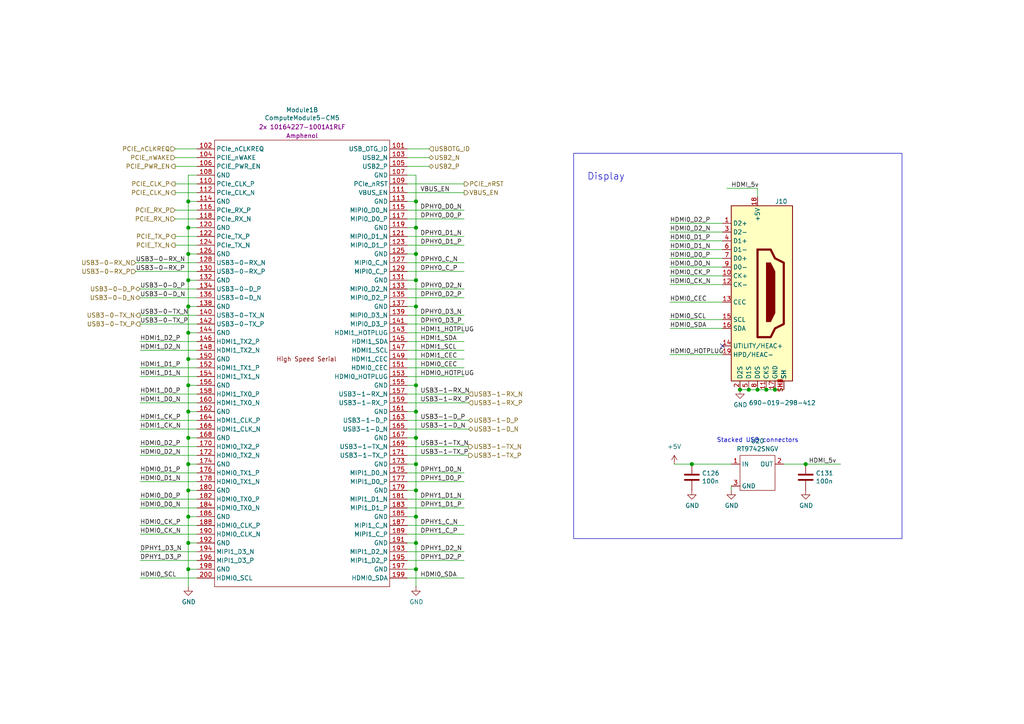
<source format=kicad_sch>
(kicad_sch (version 20231120) (generator "eeschema") (generator_version "8.0")
  (paper "A4")
  (title_block (rev "1"))
  (lib_symbols
    (symbol "CM5IO:ComputeModule5-CM5"
      (property "Reference" "Module" (at 113.03 -68.58 0))
      (property "Value" "ComputeModule5-CM5" (at 140.97 2.54 0))
      (property "Field4" "Amphenol" (at 0 0 0))
      (property "Field5" "2x 10164227-1001A1RLF" (at 0 -2.54 0))
      (symbol "ComputeModule5-CM5_1_0"
        (text "GPIO" (at 0 6.35 0) (effects (font (size 1.27 1.27))))
      )
      (symbol "ComputeModule5-CM5_1_1"
        (rectangle (start -30.48 -71.12) (end 25.4 58.42))
        (text "600mA Max" (at -8.89 -53.34 0) (effects (font (size 1.27 1.27))))
        (text "600mA Max" (at -8.89 -48.26 0) (effects (font (size 1.27 1.27))))
        (text "NB SD signals are only available" (at -1.27 -27.94 0) (effects (font (size 1.27 1.27))))
        (text "on modules without eMMC" (at -1.27 -30.48 0) (effects (font (size 1.27 1.27))))
        (pin power_in line (at 27.94 55.88 180) (length 2.54) (name "GND") (number "1"))
        (pin passive line (at -33.02 45.72 0) (length 2.54) (name "Ethernet_Pair0_N") (number "10"))
        (pin passive line (at -33.02 -68.58 0) (length 2.54) (name "CAM_GPIO1") (number "100"))
        (pin passive line (at 27.94 43.18 180) (length 2.54) (name "Ethernet_Pair2_P") (number "11"))
        (pin passive line (at -33.02 43.18 0) (length 2.54) (name "Ethernet_Pair0_P") (number "12"))
        (pin power_in line (at 27.94 40.64 180) (length 2.54) (name "GND") (number "13"))
        (pin power_in line (at -33.02 40.64 0) (length 2.54) (name "GND") (number "14"))
        (pin output line (at 27.94 38.1 180) (length 2.54) (name "Ethernet_nLED3(3.3v)") (number "15"))
        (pin input line (at -33.02 38.1 0) (length 2.54) (name "FAN_TACHO") (number "16"))
        (pin output line (at 27.94 35.56 180) (length 2.54) (name "Ethernet_nLED2(3.3v)") (number "17"))
        (pin input line (at -33.02 35.56 0) (length 2.54) (name "Ethernet_SYNC_OUT(3.3v)") (number "18"))
        (pin output line (at 27.94 33.02 180) (length 2.54) (name "FAN_PWM") (number "19"))
        (pin power_in line (at -33.02 55.88 0) (length 2.54) (name "GND") (number "2"))
        (pin passive line (at -33.02 33.02 0) (length 2.54) (name "EEPROM_nWP") (number "20"))
        (pin open_collector line (at 27.94 30.48 180) (length 2.54) (name "LED_nACT") (number "21"))
        (pin power_in line (at -33.02 30.48 0) (length 2.54) (name "GND") (number "22"))
        (pin power_in line (at 27.94 27.94 180) (length 2.54) (name "GND") (number "23"))
        (pin passive line (at -33.02 27.94 0) (length 2.54) (name "GPIO26") (number "24"))
        (pin passive line (at 27.94 25.4 180) (length 2.54) (name "GPIO21") (number "25"))
        (pin passive line (at -33.02 25.4 0) (length 2.54) (name "GPIO19") (number "26"))
        (pin passive line (at 27.94 22.86 180) (length 2.54) (name "GPIO20") (number "27"))
        (pin passive line (at -33.02 22.86 0) (length 2.54) (name "GPIO13") (number "28"))
        (pin passive line (at 27.94 20.32 180) (length 2.54) (name "GPIO16") (number "29"))
        (pin passive line (at 27.94 53.34 180) (length 2.54) (name "Ethernet_Pair3_P") (number "3"))
        (pin passive line (at -33.02 20.32 0) (length 2.54) (name "GPIO6") (number "30"))
        (pin passive line (at 27.94 17.78 180) (length 2.54) (name "GPIO12") (number "31"))
        (pin power_in line (at -33.02 17.78 0) (length 2.54) (name "GND") (number "32"))
        (pin power_in line (at 27.94 15.24 180) (length 2.54) (name "GND") (number "33"))
        (pin passive line (at -33.02 15.24 0) (length 2.54) (name "GPIO5") (number "34"))
        (pin passive line (at 27.94 12.7 180) (length 2.54) (name "ID_SC") (number "35"))
        (pin passive line (at -33.02 12.7 0) (length 2.54) (name "ID_SD") (number "36"))
        (pin passive line (at 27.94 10.16 180) (length 2.54) (name "GPIO7") (number "37"))
        (pin passive line (at -33.02 10.16 0) (length 2.54) (name "GPIO11") (number "38"))
        (pin passive line (at 27.94 7.62 180) (length 2.54) (name "GPIO8") (number "39"))
        (pin passive line (at -33.02 53.34 0) (length 2.54) (name "Ethernet_Pair1_P") (number "4"))
        (pin passive line (at -33.02 7.62 0) (length 2.54) (name "GPIO9") (number "40"))
        (pin passive line (at 27.94 5.08 180) (length 2.54) (name "GPIO25") (number "41"))
        (pin power_in line (at -33.02 5.08 0) (length 2.54) (name "GND") (number "42"))
        (pin power_in line (at 27.94 2.54 180) (length 2.54) (name "GND") (number "43"))
        (pin passive line (at -33.02 2.54 0) (length 2.54) (name "GPIO10") (number "44"))
        (pin passive line (at 27.94 0 180) (length 2.54) (name "GPIO24") (number "45"))
        (pin passive line (at -33.02 0 0) (length 2.54) (name "GPIO22") (number "46"))
        (pin passive line (at 27.94 -2.54 180) (length 2.54) (name "GPIO23") (number "47"))
        (pin passive line (at -33.02 -2.54 0) (length 2.54) (name "GPIO27") (number "48"))
        (pin passive line (at 27.94 -5.08 180) (length 2.54) (name "GPIO18") (number "49"))
        (pin passive line (at 27.94 50.8 180) (length 2.54) (name "Ethernet_Pair3_N") (number "5"))
        (pin passive line (at -33.02 -5.08 0) (length 2.54) (name "GPIO17") (number "50"))
        (pin passive line (at 27.94 -7.62 180) (length 2.54) (name "GPIO15") (number "51"))
        (pin power_in line (at -33.02 -7.62 0) (length 2.54) (name "GND") (number "52"))
        (pin power_in line (at 27.94 -10.16 180) (length 2.54) (name "GND") (number "53"))
        (pin passive line (at -33.02 -10.16 0) (length 2.54) (name "GPIO4") (number "54"))
        (pin passive line (at 27.94 -12.7 180) (length 2.54) (name "GPIO14") (number "55"))
        (pin passive line (at -33.02 -12.7 0) (length 2.54) (name "GPIO3") (number "56"))
        (pin passive line (at 27.94 -15.24 180) (length 2.54) (name "SD_CLK") (number "57"))
        (pin passive line (at -33.02 -15.24 0) (length 2.54) (name "GPIO2") (number "58"))
        (pin power_in line (at 27.94 -17.78 180) (length 2.54) (name "GND") (number "59"))
        (pin passive line (at -33.02 50.8 0) (length 2.54) (name "Ethernet_Pair1_N") (number "6"))
        (pin power_in line (at -33.02 -17.78 0) (length 2.54) (name "GND") (number "60"))
        (pin passive line (at 27.94 -20.32 180) (length 2.54) (name "SD_DAT3") (number "61"))
        (pin passive line (at -33.02 -20.32 0) (length 2.54) (name "SD_CMD") (number "62"))
        (pin passive line (at 27.94 -22.86 180) (length 2.54) (name "SD_DAT0") (number "63"))
        (pin passive line (at -33.02 -22.86 0) (length 2.54) (name "SD_DAT5") (number "64"))
        (pin power_in line (at 27.94 -25.4 180) (length 2.54) (name "GND") (number "65"))
        (pin power_in line (at -33.02 -25.4 0) (length 2.54) (name "GND") (number "66"))
        (pin passive line (at 27.94 -27.94 180) (length 2.54) (name "SD_DAT1") (number "67"))
        (pin passive line (at -33.02 -27.94 0) (length 2.54) (name "SD_DAT4") (number "68"))
        (pin passive line (at 27.94 -30.48 180) (length 2.54) (name "SD_DAT2") (number "69"))
        (pin power_in line (at 27.94 48.26 180) (length 2.54) (name "GND") (number "7"))
        (pin passive line (at -33.02 -30.48 0) (length 2.54) (name "SD_DAT7") (number "70"))
        (pin power_in line (at 27.94 -33.02 180) (length 2.54) (name "GND") (number "71"))
        (pin passive line (at -33.02 -33.02 0) (length 2.54) (name "SD_DAT6") (number "72"))
        (pin input line (at 27.94 -35.56 180) (length 2.54) (name "SD_VDD_Override") (number "73"))
        (pin power_in line (at -33.02 -35.56 0) (length 2.54) (name "GND") (number "74"))
        (pin output line (at 27.94 -38.1 180) (length 2.54) (name "SD_PWR_ON") (number "75"))
        (pin passive line (at -33.02 -38.1 0) (length 2.54) (name "VBAT") (number "76"))
        (pin power_in line (at 27.94 -40.64 180) (length 2.54) (name "+5v_(Input)") (number "77"))
        (pin power_in line (at -33.02 -40.64 0) (length 2.54) (name "GPIO_VREF(1.8v/3.3v_Input)") (number "78"))
        (pin power_in line (at 27.94 -43.18 180) (length 2.54) (name "+5v_(Input)") (number "79"))
        (pin power_in line (at -33.02 48.26 0) (length 2.54) (name "GND") (number "8"))
        (pin passive line (at -33.02 -43.18 0) (length 2.54) (name "SCL0") (number "80"))
        (pin power_in line (at 27.94 -45.72 180) (length 2.54) (name "+5v_(Input)") (number "81"))
        (pin passive line (at -33.02 -45.72 0) (length 2.54) (name "SDA0") (number "82"))
        (pin power_in line (at 27.94 -48.26 180) (length 2.54) (name "+5v_(Input)") (number "83"))
        (pin power_out line (at -33.02 -48.26 0) (length 2.54) (name "+3.3v_(Output)") (number "84"))
        (pin power_in line (at 27.94 -50.8 180) (length 2.54) (name "+5v_(Input)") (number "85"))
        (pin passive line (at -33.02 -50.8 0) (length 2.54) (name "+3.3v_(Output)") (number "86"))
        (pin power_in line (at 27.94 -53.34 180) (length 2.54) (name "+5v_(Input)") (number "87"))
        (pin power_out line (at -33.02 -53.34 0) (length 2.54) (name "+1.8v_(Output)") (number "88"))
        (pin input line (at 27.94 -55.88 180) (length 2.54) (name "WiFi_nDisable") (number "89"))
        (pin passive line (at 27.94 45.72 180) (length 2.54) (name "Ethernet_Pair2_N") (number "9"))
        (pin passive line (at -33.02 -55.88 0) (length 2.54) (name "+1.8v_(Output)") (number "90"))
        (pin input line (at 27.94 -58.42 180) (length 2.54) (name "BT_nDisable") (number "91"))
        (pin passive line (at -33.02 -58.42 0) (length 2.54) (name "PWR_BUT") (number "92"))
        (pin input line (at 27.94 -60.96 180) (length 2.54) (name "nRPIBOOT") (number "93"))
        (pin passive line (at -33.02 -60.96 0) (length 2.54) (name "CC1") (number "94"))
        (pin output line (at 27.94 -63.5 180) (length 2.54) (name "LED_nPWR") (number "95"))
        (pin passive line (at -33.02 -63.5 0) (length 2.54) (name "CC2") (number "96"))
        (pin passive line (at 27.94 -66.04 180) (length 2.54) (name "CAM_GPIO0") (number "97"))
        (pin power_in line (at -33.02 -66.04 0) (length 2.54) (name "GND") (number "98"))
        (pin input line (at 27.94 -68.58 180) (length 2.54) (name "PMIC_ENABLE") (number "99"))
      )
      (symbol "ComputeModule5-CM5_2_1"
        (rectangle (start 114.3 -66.04) (end 165.1 63.5))
        (text "High Speed Serial" (at 140.97 0 0) (effects (font (size 1.27 1.27))))
        (pin input line (at 170.18 60.96 180) (length 5.08) (name "USB_OTG_ID") (number "101"))
        (pin input line (at 109.22 60.96 0) (length 5.08) (name "PCIe_nCLKREQ") (number "102"))
        (pin passive line (at 170.18 58.42 180) (length 5.08) (name "USB2_N") (number "103"))
        (pin input line (at 109.22 58.42 0) (length 5.08) (name "PCIE_nWAKE") (number "104"))
        (pin passive line (at 170.18 55.88 180) (length 5.08) (name "USB2_P") (number "105"))
        (pin output line (at 109.22 55.88 0) (length 5.08) (name "PCIE_PWR_EN") (number "106"))
        (pin power_in line (at 170.18 53.34 180) (length 5.08) (name "GND") (number "107"))
        (pin power_in line (at 109.22 53.34 0) (length 5.08) (name "GND") (number "108"))
        (pin output line (at 170.18 50.8 180) (length 5.08) (name "PCIe_nRST") (number "109"))
        (pin output line (at 109.22 50.8 0) (length 5.08) (name "PCIe_CLK_P") (number "110"))
        (pin output line (at 170.18 48.26 180) (length 5.08) (name "VBUS_EN") (number "111"))
        (pin output line (at 109.22 48.26 0) (length 5.08) (name "PCIe_CLK_N") (number "112"))
        (pin power_in line (at 170.18 45.72 180) (length 5.08) (name "GND") (number "113"))
        (pin power_in line (at 109.22 45.72 0) (length 5.08) (name "GND") (number "114"))
        (pin input line (at 170.18 43.18 180) (length 5.08) (name "MIPI0_D0_N") (number "115"))
        (pin input line (at 109.22 43.18 0) (length 5.08) (name "PCIe_RX_P") (number "116"))
        (pin input line (at 170.18 40.64 180) (length 5.08) (name "MIPI0_D0_P") (number "117"))
        (pin input line (at 109.22 40.64 0) (length 5.08) (name "PCIe_RX_N") (number "118"))
        (pin power_in line (at 170.18 38.1 180) (length 5.08) (name "GND") (number "119"))
        (pin power_in line (at 109.22 38.1 0) (length 5.08) (name "GND") (number "120"))
        (pin input line (at 170.18 35.56 180) (length 5.08) (name "MIPI0_D1_N") (number "121"))
        (pin output line (at 109.22 35.56 0) (length 5.08) (name "PCIe_TX_P") (number "122"))
        (pin input line (at 170.18 33.02 180) (length 5.08) (name "MIPI0_D1_P") (number "123"))
        (pin output line (at 109.22 33.02 0) (length 5.08) (name "PCIe_TX_N") (number "124"))
        (pin power_in line (at 170.18 30.48 180) (length 5.08) (name "GND") (number "125"))
        (pin power_in line (at 109.22 30.48 0) (length 5.08) (name "GND") (number "126"))
        (pin input line (at 170.18 27.94 180) (length 5.08) (name "MIPI0_C_N") (number "127"))
        (pin input line (at 109.22 27.94 0) (length 5.08) (name "USB3-0-RX_N") (number "128"))
        (pin input line (at 170.18 25.4 180) (length 5.08) (name "MIPI0_C_P") (number "129"))
        (pin input line (at 109.22 25.4 0) (length 5.08) (name "USB3-0-RX_P") (number "130"))
        (pin power_in line (at 170.18 22.86 180) (length 5.08) (name "GND") (number "131"))
        (pin power_in line (at 109.22 22.86 0) (length 5.08) (name "GND") (number "132"))
        (pin input line (at 170.18 20.32 180) (length 5.08) (name "MIPI0_D2_N") (number "133"))
        (pin passive line (at 109.22 20.32 0) (length 5.08) (name "USB3-0-D_P") (number "134"))
        (pin input line (at 170.18 17.78 180) (length 5.08) (name "MIPI0_D2_P") (number "135"))
        (pin passive line (at 109.22 17.78 0) (length 5.08) (name "USB3-0-D_N") (number "136"))
        (pin power_in line (at 170.18 15.24 180) (length 5.08) (name "GND") (number "137"))
        (pin power_in line (at 109.22 15.24 0) (length 5.08) (name "GND") (number "138"))
        (pin input line (at 170.18 12.7 180) (length 5.08) (name "MIPI0_D3_N") (number "139"))
        (pin output line (at 109.22 12.7 0) (length 5.08) (name "USB3-0-TX_N") (number "140"))
        (pin input line (at 170.18 10.16 180) (length 5.08) (name "MIPI0_D3_P") (number "141"))
        (pin output line (at 109.22 10.16 0) (length 5.08) (name "USB3-0-TX_P") (number "142"))
        (pin input line (at 170.18 7.62 180) (length 5.08) (name "HDMI1_HOTPLUG") (number "143"))
        (pin power_in line (at 109.22 7.62 0) (length 5.08) (name "GND") (number "144"))
        (pin bidirectional line (at 170.18 5.08 180) (length 5.08) (name "HDMI1_SDA") (number "145"))
        (pin output line (at 109.22 5.08 0) (length 5.08) (name "HDMI1_TX2_P") (number "146"))
        (pin open_collector line (at 170.18 2.54 180) (length 5.08) (name "HDMI1_SCL") (number "147"))
        (pin output line (at 109.22 2.54 0) (length 5.08) (name "HDMI1_TX2_N") (number "148"))
        (pin open_collector line (at 170.18 0 180) (length 5.08) (name "HDMI1_CEC") (number "149"))
        (pin power_in line (at 109.22 0 0) (length 5.08) (name "GND") (number "150"))
        (pin open_collector line (at 170.18 -2.54 180) (length 5.08) (name "HDMI0_CEC") (number "151"))
        (pin output line (at 109.22 -2.54 0) (length 5.08) (name "HDMI1_TX1_P") (number "152"))
        (pin input line (at 170.18 -5.08 180) (length 5.08) (name "HDMI0_HOTPLUG") (number "153"))
        (pin output line (at 109.22 -5.08 0) (length 5.08) (name "HDMI1_TX1_N") (number "154"))
        (pin power_in line (at 170.18 -7.62 180) (length 5.08) (name "GND") (number "155"))
        (pin power_in line (at 109.22 -7.62 0) (length 5.08) (name "GND") (number "156"))
        (pin input line (at 170.18 -10.16 180) (length 5.08) (name "USB3-1-RX_N") (number "157"))
        (pin output line (at 109.22 -10.16 0) (length 5.08) (name "HDMI1_TX0_P") (number "158"))
        (pin input line (at 170.18 -12.7 180) (length 5.08) (name "USB3-1-RX_P") (number "159"))
        (pin output line (at 109.22 -12.7 0) (length 5.08) (name "HDMI1_TX0_N") (number "160"))
        (pin power_in line (at 170.18 -15.24 180) (length 5.08) (name "GND") (number "161"))
        (pin power_in line (at 109.22 -15.24 0) (length 5.08) (name "GND") (number "162"))
        (pin passive line (at 170.18 -17.78 180) (length 5.08) (name "USB3-1-D_P") (number "163"))
        (pin output line (at 109.22 -17.78 0) (length 5.08) (name "HDMI1_CLK_P") (number "164"))
        (pin passive line (at 170.18 -20.32 180) (length 5.08) (name "USB3-1-D_N") (number "165"))
        (pin output line (at 109.22 -20.32 0) (length 5.08) (name "HDMI1_CLK_N") (number "166"))
        (pin power_in line (at 170.18 -22.86 180) (length 5.08) (name "GND") (number "167"))
        (pin power_in line (at 109.22 -22.86 0) (length 5.08) (name "GND") (number "168"))
        (pin output line (at 170.18 -25.4 180) (length 5.08) (name "USB3-1-TX_N") (number "169"))
        (pin output line (at 109.22 -25.4 0) (length 5.08) (name "HDMI0_TX2_P") (number "170"))
        (pin output line (at 170.18 -27.94 180) (length 5.08) (name "USB3-1-TX_P") (number "171"))
        (pin output line (at 109.22 -27.94 0) (length 5.08) (name "HDMI0_TX2_N") (number "172"))
        (pin power_in line (at 170.18 -30.48 180) (length 5.08) (name "GND") (number "173"))
        (pin power_in line (at 109.22 -30.48 0) (length 5.08) (name "GND") (number "174"))
        (pin output line (at 170.18 -33.02 180) (length 5.08) (name "MIPI1_D0_N") (number "175"))
        (pin output line (at 109.22 -33.02 0) (length 5.08) (name "HDMI0_TX1_P") (number "176"))
        (pin output line (at 170.18 -35.56 180) (length 5.08) (name "MIPI1_D0_P") (number "177"))
        (pin output line (at 109.22 -35.56 0) (length 5.08) (name "HDMI0_TX1_N") (number "178"))
        (pin power_in line (at 170.18 -38.1 180) (length 5.08) (name "GND") (number "179"))
        (pin power_in line (at 109.22 -38.1 0) (length 5.08) (name "GND") (number "180"))
        (pin output line (at 170.18 -40.64 180) (length 5.08) (name "MIPI1_D1_N") (number "181"))
        (pin output line (at 109.22 -40.64 0) (length 5.08) (name "HDMI0_TX0_P") (number "182"))
        (pin output line (at 170.18 -43.18 180) (length 5.08) (name "MIPI1_D1_P") (number "183"))
        (pin output line (at 109.22 -43.18 0) (length 5.08) (name "HDMI0_TX0_N") (number "184"))
        (pin power_in line (at 170.18 -45.72 180) (length 5.08) (name "GND") (number "185"))
        (pin power_in line (at 109.22 -45.72 0) (length 5.08) (name "GND") (number "186"))
        (pin output line (at 170.18 -48.26 180) (length 5.08) (name "MIPI1_C_N") (number "187"))
        (pin output line (at 109.22 -48.26 0) (length 5.08) (name "HDMI0_CLK_P") (number "188"))
        (pin output line (at 170.18 -50.8 180) (length 5.08) (name "MIPI1_C_P") (number "189"))
        (pin output line (at 109.22 -50.8 0) (length 5.08) (name "HDMI0_CLK_N") (number "190"))
        (pin power_in line (at 170.18 -53.34 180) (length 5.08) (name "GND") (number "191"))
        (pin power_in line (at 109.22 -53.34 0) (length 5.08) (name "GND") (number "192"))
        (pin output line (at 170.18 -55.88 180) (length 5.08) (name "MIPI1_D2_N") (number "193"))
        (pin output line (at 109.22 -55.88 0) (length 5.08) (name "MIPI1_D3_N") (number "194"))
        (pin output line (at 170.18 -58.42 180) (length 5.08) (name "MIPI1_D2_P") (number "195"))
        (pin output line (at 109.22 -58.42 0) (length 5.08) (name "MIPI1_D3_P") (number "196"))
        (pin power_in line (at 170.18 -60.96 180) (length 5.08) (name "GND") (number "197"))
        (pin power_in line (at 109.22 -60.96 0) (length 5.08) (name "GND") (number "198"))
        (pin bidirectional line (at 170.18 -63.5 180) (length 5.08) (name "HDMI0_SDA") (number "199"))
        (pin open_collector line (at 109.22 -63.5 0) (length 5.08) (name "HDMI0_SCL") (number "200"))
      )
    )
    (symbol "CM5IO:HDMI_A_1.4"
      (property "Reference" "J10" (at 5.08 26.67 0))
      (property "Value" "690-019-298-412" (at -2.54 -31.75 0))
      (symbol "HDMI_A_1.4_0_0"
        (pin passive line (at 7.62 -27.94 90) (length 2.54) (name "SH") (number "SH2"))
        (pin passive line (at 7.62 -27.94 90) (length 2.54) (name "SH") (number "SH3"))
        (pin passive line (at 7.62 -27.94 90) (length 2.54) (name "SH") (number "SH4"))
      )
      (symbol "HDMI_A_1.4_0_1"
        (rectangle (start -7.62 25.4) (end 10.16 -25.4) (stroke (width 0.254)) (fill (type background)))
        (polyline (pts (xy 2.54 8.89) (xy 3.81 8.89) (xy 5.08 6.35) (xy 5.08 -5.715) (xy 3.81 -8.255) (xy 2.54 -8.255) (xy 2.54 8.89)) (fill (type outline)))
        (polyline (pts (xy 0 12.7) (xy 0 -12.7) (xy 3.81 -12.7) (xy 5.08 -10.16) (xy 7.62 -8.89) (xy 7.62 8.89) (xy 5.08 10.16) (xy 3.81 12.7) (xy 0 12.7)) (stroke (width 0.635)))
      )
      (symbol "HDMI_A_1.4_1_1"
        (pin passive line (at -10.16 20.32 0) (length 2.54) (name "D2+") (number "1"))
        (pin passive line (at -10.16 5.08 0) (length 2.54) (name "CK+") (number "10"))
        (pin power_in line (at 2.54 -27.94 90) (length 2.54) (name "CKS") (number "11"))
        (pin passive line (at -10.16 2.54 0) (length 2.54) (name "CK-") (number "12"))
        (pin bidirectional line (at -10.16 -2.54 0) (length 2.54) (name "CEC") (number "13"))
        (pin passive line (at -10.16 -15.24 0) (length 2.54) (name "UTILITY/HEAC+") (number "14"))
        (pin passive line (at -10.16 -7.62 0) (length 2.54) (name "SCL") (number "15"))
        (pin bidirectional line (at -10.16 -10.16 0) (length 2.54) (name "SDA") (number "16"))
        (pin power_in line (at 5.08 -27.94 90) (length 2.54) (name "GND") (number "17"))
        (pin power_in line (at 0 27.94 270) (length 2.54) (name "+5V") (number "18"))
        (pin passive line (at -10.16 -17.78 0) (length 2.54) (name "HPD/HEAC-") (number "19"))
        (pin power_in line (at -5.08 -27.94 90) (length 2.54) (name "D2S") (number "2"))
        (pin passive line (at -10.16 17.78 0) (length 2.54) (name "D2-") (number "3"))
        (pin passive line (at -10.16 15.24 0) (length 2.54) (name "D1+") (number "4"))
        (pin power_in line (at -2.54 -27.94 90) (length 2.54) (name "D1S") (number "5"))
        (pin passive line (at -10.16 12.7 0) (length 2.54) (name "D1-") (number "6"))
        (pin passive line (at -10.16 10.16 0) (length 2.54) (name "D0+") (number "7"))
        (pin power_in line (at 0 -27.94 90) (length 2.54) (name "D0S") (number "8"))
        (pin passive line (at -10.16 7.62 0) (length 2.54) (name "D0-") (number "9"))
        (pin passive line (at 7.62 -27.94 90) (length 2.54) (name "SH") (number "SH1"))
      )
    )
    (symbol "CM5IO:RT9742SNGV"
      (property "Reference" "U" (at -2.54 7.62 0))
      (property "Value" "RT9742SNGV" (at 3.81 -5.08 0))
      (symbol "RT9742SNGV_0_1"
        (rectangle (start -2.54 6.35) (end 7.62 -3.81))
      )
      (symbol "RT9742SNGV_1_1"
        (pin power_in line (at -5.08 3.81 0) (length 2.54) (name "IN") (number "1"))
        (pin power_out line (at 10.16 3.81 180) (length 2.54) (name "OUT") (number "2"))
        (pin power_in line (at -5.08 -2.54 0) (length 2.54) (name "GND") (number "3"))
      )
    )
    (symbol "Device:C" (pin_numbers hide) (pin_names (offset 0.254))
      (property "Reference" "C" (at 0.635 2.54 0))
      (property "Value" "C" (at 0.635 -2.54 0))
      (symbol "C_0_1"
        (polyline (pts (xy -2.032 -0.762) (xy 2.032 -0.762)) (stroke (width 0.508)))
        (polyline (pts (xy -2.032 0.762) (xy 2.032 0.762)) (stroke (width 0.508)))
      )
      (symbol "C_1_1"
        (pin passive line (at 0 3.81 270) (length 2.794) (name "~") (number "1"))
        (pin passive line (at 0 -3.81 90) (length 2.794) (name "~") (number "2"))
      )
    )
    (symbol "power:+5V" (power) (pin_numbers hide) (pin_names (offset 0) hide)
      (property "Value" "+5V" (at 0 3.556 0))
      (symbol "+5V_0_1"
        (polyline (pts (xy -0.762 1.27) (xy 0 2.54)))
        (polyline (pts (xy 0 0) (xy 0 2.54)))
        (polyline (pts (xy 0 2.54) (xy 0.762 1.27)))
      )
      (symbol "+5V_1_1"
        (pin power_in line (at 0 0 90) (length 0) (name "~") (number "1"))
      )
    )
    (symbol "power:GND" (power) (pin_numbers hide) (pin_names (offset 0) hide)
      (property "Value" "GND" (at 0 -3.81 0))
      (symbol "GND_0_1"
        (polyline (pts (xy 0 0) (xy 0 -1.27) (xy 1.27 -1.27) (xy 0 -2.54) (xy -1.27 -1.27) (xy 0 -1.27)))
      )
      (symbol "GND_1_1"
        (pin power_in line (at 0 0 270) (length 0) (name "~") (number "1"))
      )
    )
  )
  (junction (at 120.65 66.04) (diameter 1.016))
  (junction (at 120.65 157.48) (diameter 1.016))
  (junction (at 54.61 96.52) (diameter 1.016))
  (junction (at 54.61 119.38) (diameter 1.016))
  (junction (at 54.61 127) (diameter 1.016))
  (junction (at 120.65 88.9) (diameter 1.016))
  (junction (at 222.25 113.03) (diameter 1.016))
  (junction (at 120.65 134.62) (diameter 1.016))
  (junction (at 54.61 142.24) (diameter 1.016))
  (junction (at 54.61 73.66) (diameter 1.016))
  (junction (at 120.65 111.76) (diameter 1.016))
  (junction (at 54.61 165.1) (diameter 1.016))
  (junction (at 200.66 134.62) (diameter 1.016))
  (junction (at 224.79 113.03) (diameter 1.016))
  (junction (at 120.65 58.42) (diameter 1.016))
  (junction (at 54.61 58.42) (diameter 1.016))
  (junction (at 120.65 165.1) (diameter 1.016))
  (junction (at 54.61 134.62) (diameter 1.016))
  (junction (at 120.65 142.24) (diameter 1.016))
  (junction (at 120.65 119.38) (diameter 1.016))
  (junction (at 54.61 104.14) (diameter 1.016))
  (junction (at 214.63 113.03) (diameter 1.016))
  (junction (at 54.61 81.28) (diameter 1.016))
  (junction (at 217.17 113.03) (diameter 1.016))
  (junction (at 54.61 66.04) (diameter 1.016))
  (junction (at 120.65 73.66) (diameter 1.016))
  (junction (at 54.61 88.9) (diameter 1.016))
  (junction (at 54.61 149.86) (diameter 1.016))
  (junction (at 120.65 127) (diameter 1.016))
  (junction (at 233.68 134.62) (diameter 1.016))
  (junction (at 120.65 149.86) (diameter 1.016))
  (junction (at 120.65 81.28) (diameter 1.016))
  (junction (at 219.71 113.03) (diameter 1.016))
  (junction (at 54.61 157.48) (diameter 1.016))
  (junction (at 54.61 111.76) (diameter 1.016))
  (no_connect (at 209.55 100.33))
  (wire (pts (xy 40.64 160.02) (xy 57.15 160.02)))
  (wire (pts (xy 40.64 132.08) (xy 57.15 132.08)))
  (wire (pts (xy 217.17 113.03) (xy 219.71 113.03)))
  (wire (pts (xy 54.61 127) (xy 54.61 134.62)))
  (wire (pts (xy 40.64 99.06) (xy 57.15 99.06)))
  (wire (pts (xy 40.64 106.68) (xy 57.15 106.68)))
  (wire (pts (xy 118.11 129.54) (xy 135.89 129.54)))
  (wire (pts (xy 54.61 134.62) (xy 57.15 134.62)))
  (wire (pts (xy 54.61 50.8) (xy 54.61 58.42)))
  (wire (pts (xy 194.31 102.87) (xy 209.55 102.87)))
  (wire (pts (xy 118.11 86.36) (xy 134.62 86.36)))
  (wire (pts (xy 54.61 104.14) (xy 57.15 104.14)))
  (wire (pts (xy 118.11 154.94) (xy 134.62 154.94)))
  (wire (pts (xy 40.64 144.78) (xy 57.15 144.78)))
  (wire (pts (xy 54.61 66.04) (xy 54.61 73.66)))
  (wire (pts (xy 118.11 142.24) (xy 120.65 142.24)))
  (wire (pts (xy 118.11 83.82) (xy 134.62 83.82)))
  (wire (pts (xy 40.64 101.6) (xy 57.15 101.6)))
  (wire (pts (xy 118.11 137.16) (xy 134.62 137.16)))
  (wire (pts (xy 40.64 121.92) (xy 57.15 121.92)))
  (wire (pts (xy 120.65 88.9) (xy 120.65 81.28)))
  (wire (pts (xy 200.66 134.62) (xy 212.09 134.62)))
  (wire (pts (xy 50.8 53.34) (xy 57.15 53.34)))
  (wire (pts (xy 194.31 87.63) (xy 209.55 87.63)))
  (wire (pts (xy 40.64 167.64) (xy 57.15 167.64)))
  (wire (pts (xy 54.61 127) (xy 57.15 127)))
  (wire (pts (xy 222.25 113.03) (xy 224.79 113.03)))
  (wire (pts (xy 118.11 88.9) (xy 120.65 88.9)))
  (wire (pts (xy 39.37 76.2) (xy 57.15 76.2)))
  (wire (pts (xy 227.33 134.62) (xy 233.68 134.62)))
  (wire (pts (xy 40.64 93.98) (xy 57.15 93.98)))
  (wire (pts (xy 118.11 111.76) (xy 120.65 111.76)))
  (wire (pts (xy 54.61 111.76) (xy 57.15 111.76)))
  (wire (pts (xy 194.31 95.25) (xy 209.55 95.25)))
  (wire (pts (xy 118.11 55.88) (xy 134.62 55.88)))
  (wire (pts (xy 50.8 43.18) (xy 57.15 43.18)))
  (wire (pts (xy 118.11 160.02) (xy 134.62 160.02)))
  (wire (pts (xy 118.11 109.22) (xy 134.62 109.22)))
  (wire (pts (xy 40.64 116.84) (xy 57.15 116.84)))
  (wire (pts (xy 54.61 96.52) (xy 57.15 96.52)))
  (wire (pts (xy 120.65 81.28) (xy 120.65 73.66)))
  (wire (pts (xy 118.11 99.06) (xy 134.62 99.06)))
  (wire (pts (xy 54.61 88.9) (xy 57.15 88.9)))
  (wire (pts (xy 50.8 68.58) (xy 57.15 68.58)))
  (wire (pts (xy 194.31 77.47) (xy 209.55 77.47)))
  (wire (pts (xy 118.11 121.92) (xy 135.89 121.92)))
  (wire (pts (xy 118.11 73.66) (xy 120.65 73.66)))
  (wire (pts (xy 118.11 68.58) (xy 134.62 68.58)))
  (wire (pts (xy 40.64 91.44) (xy 57.15 91.44)))
  (wire (pts (xy 54.61 88.9) (xy 54.61 96.52)))
  (wire (pts (xy 120.65 50.8) (xy 118.11 50.8)))
  (wire (pts (xy 40.64 137.16) (xy 57.15 137.16)))
  (wire (pts (xy 118.11 157.48) (xy 120.65 157.48)))
  (wire (pts (xy 118.11 152.4) (xy 134.62 152.4)))
  (wire (pts (xy 233.68 134.62) (xy 243.84 134.62)))
  (wire (pts (xy 118.11 106.68) (xy 134.62 106.68)))
  (wire (pts (xy 194.31 74.93) (xy 209.55 74.93)))
  (wire (pts (xy 54.61 58.42) (xy 57.15 58.42)))
  (wire (pts (xy 212.09 140.97) (xy 212.09 142.24)))
  (wire (pts (xy 40.64 154.94) (xy 57.15 154.94)))
  (wire (pts (xy 54.61 149.86) (xy 54.61 157.48)))
  (wire (pts (xy 118.11 53.34) (xy 134.62 53.34)))
  (wire (pts (xy 120.65 127) (xy 120.65 134.62)))
  (wire (pts (xy 54.61 58.42) (xy 54.61 66.04)))
  (wire (pts (xy 54.61 66.04) (xy 57.15 66.04)))
  (wire (pts (xy 120.65 134.62) (xy 120.65 142.24)))
  (wire (pts (xy 40.64 139.7) (xy 57.15 139.7)))
  (wire (pts (xy 54.61 157.48) (xy 54.61 165.1)))
  (wire (pts (xy 118.11 162.56) (xy 134.62 162.56)))
  (wire (pts (xy 54.61 96.52) (xy 54.61 104.14)))
  (wire (pts (xy 54.61 73.66) (xy 54.61 81.28)))
  (wire (pts (xy 40.64 129.54) (xy 57.15 129.54)))
  (wire (pts (xy 118.11 165.1) (xy 120.65 165.1)))
  (wire (pts (xy 120.65 142.24) (xy 120.65 149.86)))
  (wire (pts (xy 54.61 119.38) (xy 54.61 127)))
  (wire (pts (xy 194.31 72.39) (xy 209.55 72.39)))
  (wire (pts (xy 50.8 45.72) (xy 57.15 45.72)))
  (wire (pts (xy 219.71 113.03) (xy 222.25 113.03)))
  (wire (pts (xy 195.58 134.62) (xy 200.66 134.62)))
  (wire (pts (xy 118.11 119.38) (xy 120.65 119.38)))
  (wire (pts (xy 120.65 111.76) (xy 120.65 119.38)))
  (wire (pts (xy 57.15 165.1) (xy 54.61 165.1)))
  (wire (pts (xy 120.65 66.04) (xy 120.65 58.42)))
  (wire (pts (xy 118.11 63.5) (xy 134.62 63.5)))
  (wire (pts (xy 118.11 101.6) (xy 134.62 101.6)))
  (wire (pts (xy 120.65 58.42) (xy 120.65 50.8)))
  (wire (pts (xy 135.89 116.84) (xy 118.11 116.84)))
  (wire (pts (xy 194.31 64.77) (xy 209.55 64.77)))
  (wire (pts (xy 118.11 45.72) (xy 124.46 45.72)))
  (wire (pts (xy 54.61 142.24) (xy 54.61 149.86)))
  (wire (pts (xy 57.15 157.48) (xy 54.61 157.48)))
  (wire (pts (xy 54.61 149.86) (xy 57.15 149.86)))
  (wire (pts (xy 118.11 91.44) (xy 134.62 91.44)))
  (wire (pts (xy 118.11 149.86) (xy 120.65 149.86)))
  (wire (pts (xy 40.64 114.3) (xy 57.15 114.3)))
  (wire (pts (xy 54.61 81.28) (xy 57.15 81.28)))
  (wire (pts (xy 118.11 96.52) (xy 134.62 96.52)))
  (wire (pts (xy 54.61 73.66) (xy 57.15 73.66)))
  (wire (pts (xy 219.71 54.61) (xy 219.71 57.15)))
  (wire (pts (xy 118.11 167.64) (xy 134.62 167.64)))
  (wire (pts (xy 120.65 149.86) (xy 120.65 157.48)))
  (wire (pts (xy 120.65 88.9) (xy 120.65 111.76)))
  (wire (pts (xy 39.37 78.74) (xy 57.15 78.74)))
  (wire (pts (xy 50.8 48.26) (xy 57.15 48.26)))
  (wire (pts (xy 120.65 157.48) (xy 120.65 165.1)))
  (wire (pts (xy 118.11 144.78) (xy 134.62 144.78)))
  (wire (pts (xy 40.64 86.36) (xy 57.15 86.36)))
  (wire (pts (xy 224.79 113.03) (xy 227.33 113.03)))
  (wire (pts (xy 118.11 66.04) (xy 120.65 66.04)))
  (wire (pts (xy 118.11 78.74) (xy 134.62 78.74)))
  (wire (pts (xy 120.65 73.66) (xy 120.65 66.04)))
  (wire (pts (xy 40.64 152.4) (xy 57.15 152.4)))
  (wire (pts (xy 118.11 58.42) (xy 120.65 58.42)))
  (wire (pts (xy 54.61 165.1) (xy 54.61 170.18)))
  (wire (pts (xy 118.11 60.96) (xy 134.62 60.96)))
  (wire (pts (xy 194.31 80.01) (xy 209.55 80.01)))
  (wire (pts (xy 40.64 83.82) (xy 57.15 83.82)))
  (wire (pts (xy 214.63 113.03) (xy 217.17 113.03)))
  (wire (pts (xy 118.11 48.26) (xy 124.46 48.26)))
  (wire (pts (xy 118.11 132.08) (xy 135.89 132.08)))
  (wire (pts (xy 210.82 54.61) (xy 219.71 54.61)))
  (wire (pts (xy 124.46 43.18) (xy 118.11 43.18)))
  (wire (pts (xy 118.11 134.62) (xy 120.65 134.62)))
  (wire (pts (xy 40.64 162.56) (xy 57.15 162.56)))
  (wire (pts (xy 50.8 55.88) (xy 57.15 55.88)))
  (wire (pts (xy 57.15 124.46) (xy 40.64 124.46)))
  (wire (pts (xy 57.15 50.8) (xy 54.61 50.8)))
  (wire (pts (xy 54.61 111.76) (xy 54.61 119.38)))
  (wire (pts (xy 118.11 71.12) (xy 134.62 71.12)))
  (wire (pts (xy 54.61 119.38) (xy 57.15 119.38)))
  (wire (pts (xy 118.11 93.98) (xy 134.62 93.98)))
  (wire (pts (xy 118.11 147.32) (xy 134.62 147.32)))
  (wire (pts (xy 194.31 92.71) (xy 209.55 92.71)))
  (wire (pts (xy 118.11 139.7) (xy 134.62 139.7)))
  (wire (pts (xy 118.11 127) (xy 120.65 127)))
  (wire (pts (xy 120.65 119.38) (xy 120.65 127)))
  (wire (pts (xy 54.61 104.14) (xy 54.61 111.76)))
  (wire (pts (xy 118.11 104.14) (xy 134.62 104.14)))
  (wire (pts (xy 57.15 60.96) (xy 50.8 60.96)))
  (wire (pts (xy 40.64 109.22) (xy 57.15 109.22)))
  (wire (pts (xy 118.11 81.28) (xy 120.65 81.28)))
  (wire (pts (xy 50.8 71.12) (xy 57.15 71.12)))
  (wire (pts (xy 118.11 114.3) (xy 135.89 114.3)))
  (wire (pts (xy 57.15 63.5) (xy 50.8 63.5)))
  (wire (pts (xy 118.11 124.46) (xy 135.89 124.46)))
  (wire (pts (xy 54.61 134.62) (xy 54.61 142.24)))
  (wire (pts (xy 118.11 76.2) (xy 134.62 76.2)))
  (wire (pts (xy 40.64 147.32) (xy 57.15 147.32)))
  (wire (pts (xy 120.65 165.1) (xy 120.65 170.18)))
  (wire (pts (xy 194.31 67.31) (xy 209.55 67.31)))
  (wire (pts (xy 194.31 69.85) (xy 209.55 69.85)))
  (wire (pts (xy 194.31 82.55) (xy 209.55 82.55)))
  (wire (pts (xy 54.61 142.24) (xy 57.15 142.24)))
  (wire (pts (xy 54.61 81.28) (xy 54.61 88.9)))
  (rectangle (start 166.37 44.45) (end 261.62 156.21))
  (text "Stacked USB connectors" (at 231.648 128.524 0) (effects (font (size 1.27 1.27)) (justify right bottom)))
  (text "Display" (at 175.768 51.308 0) (effects (font (size 2.007 2.007))))
  (label "HDMI1_D1_N" (at 40.64 109.22 0))
  (label "USB3-0-D_N" (at 40.64 86.36 0))
  (label "HDMI0_CK_N" (at 194.31 82.55 0))
  (label "HDMI1_CK_P" (at 40.64 121.92 0))
  (label "HDMI0_D2_N" (at 194.31 67.31 0))
  (label "HDMI0_D1_N" (at 194.31 72.39 0))
  (label "HDMI0_HOTPLUG" (at 121.92 109.22 0))
  (label "HDMI1_CEC" (at 121.92 104.14 0))
  (label "HDMI0_D0_P" (at 194.31 74.93 0))
  (label "DPHY0_C_P" (at 121.92 78.74 0))
  (label "DPHY0_D3_P" (at 133.985 93.98 180))
  (label "DPHY0_C_N" (at 121.92 76.2 0))
  (label "DPHY1_C_P" (at 121.92 154.94 0))
  (label "DPHY1_D2_P" (at 121.92 162.56 0))
  (label "USB3-1-D_N" (at 121.92 124.46 0))
  (label "HDMI0_D2_N" (at 40.64 132.08 0))
  (label "USB3-1-TX_P" (at 121.92 132.08 0))
  (label "HDMI0_D2_P" (at 40.64 129.54 0))
  (label "HDMI1_D1_P" (at 40.64 106.68 0))
  (label "DPHY1_D3_P" (at 40.64 162.56 0))
  (label "USB3-1-RX_N" (at 121.92 114.3 0))
  (label "USB3-0-RX_P" (at 39.37 78.74 0))
  (label "DPHY1_D0_P" (at 133.985 139.7 180))
  (label "HDMI1_SDA" (at 121.92 99.06 0))
  (label "USB3-1-RX_P" (at 121.92 116.84 0))
  (label "DPHY0_D2_P" (at 121.92 86.36 0))
  (label "HDMI1_D2_N" (at 40.64 101.6 0))
  (label "HDMI0_SCL" (at 40.64 167.64 0))
  (label "HDMI0_CK_P" (at 40.64 152.4 0))
  (label "DPHY0_D0_N" (at 133.985 60.96 180))
  (label "HDMI0_D1_N" (at 40.64 139.7 0))
  (label "HDMI0_D0_N" (at 194.31 77.47 0))
  (label "HDMI1_D2_P" (at 40.64 99.06 0))
  (label "DPHY1_D1_P" (at 133.985 147.32 180))
  (label "DPHY0_D0_P" (at 133.985 63.5 180))
  (label "HDMI0_HOTPLUG" (at 194.31 102.87 0))
  (label "HDMI1_HOTPLUG" (at 121.92 96.52 0))
  (label "HDMI0_D0_P" (at 40.64 144.78 0))
  (label "USB3-1-TX_N" (at 121.92 129.54 0))
  (label "HDMI1_D0_N" (at 40.64 116.84 0))
  (label "DPHY1_D0_N" (at 133.985 137.16 180))
  (label "HDMI0_D2_P" (at 194.31 64.77 0))
  (label "USB3-0-TX_N" (at 40.64 91.44 0))
  (label "DPHY0_D1_P" (at 133.985 71.12 180))
  (label "USB3-0-TX_P" (at 40.64 93.98 0))
  (label "HDMI_5v" (at 242.57 134.62 180))
  (label "HDMI0_SDA" (at 121.92 167.64 0))
  (label "USB3-0-RX_N" (at 39.37 76.2 0))
  (label "VBUS_EN" (at 121.92 55.88 0))
  (label "HDMI0_D1_P" (at 40.64 137.16 0))
  (label "HDMI1_SCL" (at 121.92 101.6 0))
  (label "HDMI0_CK_P" (at 194.31 80.01 0))
  (label "HDMI0_D0_N" (at 40.64 147.32 0))
  (label "HDMI0_CK_N" (at 40.64 154.94 0))
  (label "HDMI0_CEC" (at 194.31 87.63 0))
  (label "HDMI0_SDA" (at 194.31 95.25 0))
  (label "HDMI0_D1_P" (at 194.31 69.85 0))
  (label "DPHY0_D1_N" (at 133.985 68.58 180))
  (label "DPHY1_C_N" (at 121.92 152.4 0))
  (label "HDMI0_SCL" (at 194.31 92.71 0))
  (label "DPHY1_D3_N" (at 40.64 160.02 0))
  (label "DPHY1_D2_N" (at 121.92 160.02 0))
  (label "HDMI_5v" (at 212.09 54.61 0))
  (label "HDMI0_CEC" (at 121.92 106.68 0))
  (label "DPHY0_D2_N" (at 121.92 83.82 0))
  (label "HDMI1_D0_P" (at 40.64 114.3 0))
  (label "USB3-1-D_P" (at 121.92 121.92 0))
  (label "DPHY0_D3_N" (at 133.985 91.44 180))
  (label "DPHY1_D1_N" (at 133.985 144.78 180))
  (label "HDMI1_CK_N" (at 40.64 124.46 0))
  (label "USB3-0-D_P" (at 40.64 83.82 0))
  (hierarchical_label "PCIE_PWR_EN" (shape output) (at 50.8 48.26 180))
  (hierarchical_label "USB3-1-D_N" (shape bidirectional) (at 135.89 124.46 0))
  (hierarchical_label "PCIE_CLK_P" (shape output) (at 50.8 53.34 180))
  (hierarchical_label "USB3-1-RX_P" (shape input) (at 135.89 116.84 0))
  (hierarchical_label "PCIE_TX_P" (shape output) (at 50.8 68.58 180))
  (hierarchical_label "VBUS_EN" (shape output) (at 134.62 55.88 0))
  (hierarchical_label "USB3-0-TX_P" (shape output) (at 40.64 93.98 180))
  (hierarchical_label "USB3-1-RX_N" (shape input) (at 135.89 114.3 0))
  (hierarchical_label "USB2_N" (shape bidirectional) (at 124.46 45.72 0))
  (hierarchical_label "USB3-1-D_P" (shape bidirectional) (at 135.89 121.92 0))
  (hierarchical_label "USB3-1-TX_N" (shape output) (at 135.89 129.54 0))
  (hierarchical_label "PCIE_RX_N" (shape input) (at 50.8 63.5 180))
  (hierarchical_label "PCIE_nCLKREQ" (shape input) (at 50.8 43.18 180))
  (hierarchical_label "USB3-0-TX_N" (shape output) (at 40.64 91.44 180))
  (hierarchical_label "USB3-0-RX_N" (shape input) (at 39.37 76.2 180))
  (hierarchical_label "USB3-0-D_P" (shape bidirectional) (at 40.64 83.82 180))
  (hierarchical_label "USB2_P" (shape bidirectional) (at 124.46 48.26 0))
  (hierarchical_label "USB3-0-RX_P" (shape input) (at 39.37 78.74 180))
  (hierarchical_label "PCIE_RX_P" (shape input) (at 50.8 60.96 180))
  (hierarchical_label "PCIE_CLK_N" (shape output) (at 50.8 55.88 180))
  (hierarchical_label "PCIE_nWAKE" (shape input) (at 50.8 45.72 180))
  (hierarchical_label "USBOTG_ID" (shape input) (at 124.46 43.18 0))
  (hierarchical_label "PCIE_nRST" (shape output) (at 134.62 53.34 0))
  (hierarchical_label "USB3-1-TX_P" (shape output) (at 135.89 132.08 0))
  (hierarchical_label "USB3-0-D_N" (shape bidirectional) (at 40.64 86.36 180))
  (hierarchical_label "PCIE_TX_N" (shape output) (at 50.8 71.12 180))
  (symbol (lib_id "power:GND") (at 214.63 113.03 0) (unit 1)
    (property "Reference" "#PWR07" (effects (hide yes)))
    (property "Value" "GND" (at 214.757 117.4242 0))
    (property "Description" "Power symbol creates a global label with name \"GND\" , ground" (effects (hide yes)))
    (instances (project "CM5IO" (path "" (reference "#PWR07") (unit 1))) (project "CM5IO" (path "" (reference "#PWR0128") (unit 1))))
  )
  (symbol (lib_id "CM5IO:HDMI_A_1.4") (at 219.71 85.09 0) (unit 1)
    (property "Reference" "J10" (at 224.79 58.42 0) (effects (justify left)))
    (property "Value" "690-019-298-412" (at 217.17 116.84 0) (effects (justify left)))
    (property "Footprint" "CM5IO:EDAC 690-019-298-412" (effects (hide yes)))
    (property "Datasheet" "https://www.tme.eu/Document/f15dffbcfad8545e17826f72d36911c8/206A-SEAN-R03.pdf" (effects (hide yes)))
    (property "Field4" "Farnell" (effects (hide yes)))
    (property "Field5" "2614936" (effects (hide yes)))
    (property "Field6" "690-019-298-412" (effects (hide yes)))
    (property "Field7" "EDAC" (effects (hide yes)))
    (property "Part Description" "HDMI Connector, Right Angle, 19 Contacts, Receptacle, Surface Mount, Surface Mount Right Angle" (effects (hide yes)))
    (property "Field8" "UCON00802" (effects (hide yes)))
    (instances (project "CM5IO" (path "" (reference "J10") (unit 1))) (project "CM5IO" (path "" (reference "J22") (unit 1))))
  )
  (symbol (lib_id "Device:C") (at 233.68 138.43 0) (unit 1)
    (property "Reference" "C131" (at 236.601 137.2616 0) (effects (justify left)))
    (property "Value" "100n" (at 236.601 139.573 0) (effects (justify left)))
    (property "Footprint" "Capacitor_SMD:C_0402_1005Metric_Pad0.74x0.62mm_HandSolder" (effects (hide yes)))
    (property "Datasheet" "https://search.murata.co.jp/Ceramy/image/img/A01X/G101/ENG/GRM155R71C104KA88-01.pdf" (effects (hide yes)))
    (property "Field4" "Farnell" (effects (hide yes)))
    (property "Field5" "2611911" (effects (hide yes)))
    (property "Field6" "RM EMK105 B7104KV-F" (effects (hide yes)))
    (property "Field7" "TAIYO YUDEN EUROPE GMBH" (effects (hide yes)))
    (property "Part Description" "	0.1uF 10% 16V Ceramic Capacitor X7R 0402 (1005 Metric)" (effects (hide yes)))
    (property "Field8" "110091611" (effects (hide yes)))
    (instances (project "CM5IO" (path "" (reference "C131") (unit 1))) (project "CM5IO" (path "" (reference "C13") (unit 1))))
  )
  (symbol (lib_id "Device:C") (at 200.66 138.43 0) (unit 1)
    (property "Reference" "C126" (at 203.581 137.2616 0) (effects (justify left)))
    (property "Value" "100n" (at 203.581 139.573 0) (effects (justify left)))
    (property "Footprint" "Capacitor_SMD:C_0402_1005Metric_Pad0.74x0.62mm_HandSolder" (effects (hide yes)))
    (property "Datasheet" "https://search.murata.co.jp/Ceramy/image/img/A01X/G101/ENG/GRM155R71C104KA88-01.pdf" (effects (hide yes)))
    (property "Field4" "Farnell" (effects (hide yes)))
    (property "Field5" "2611911" (effects (hide yes)))
    (property "Field6" "RM EMK105 B7104KV-F" (effects (hide yes)))
    (property "Field7" "TAIYO YUDEN EUROPE GMBH" (effects (hide yes)))
    (property "Part Description" "	0.1uF 10% 16V Ceramic Capacitor X7R 0402 (1005 Metric)" (effects (hide yes)))
    (property "Field8" "110091611" (effects (hide yes)))
    (instances (project "CM5IO" (path "" (reference "C126") (unit 1))) (project "CM5IO" (path "" (reference "C12") (unit 1))))
  )
  (symbol (lib_id "CM5IO:RT9742SNGV") (at 217.17 138.43 0) (unit 1)
    (property "Reference" "U20" (at 219.71 127.889 0))
    (property "Value" "RT9742SNGV" (at 219.71 130.2004 0))
    (property "Footprint" "Package_TO_SOT_SMD:TSOT-23_HandSoldering" (effects (hide yes)))
    (property "Datasheet" "https://www.richtek.com/assets/product_file/RT9742/DS9742-10.pdf" (effects (hide yes)))
    (property "Field4" "Farnell" (effects (hide yes)))
    (property "Field5" "2575555" (effects (hide yes)))
    (property "Field6" "RT9742SNGV" (effects (hide yes)))
    (property "Field7" "RichTek" (effects (hide yes)))
    (property "Part Description" "Power Switch/Driver 1:1 N-Channel 500mA SOT-23-3" (effects (hide yes)))
    (property "Field8" "USWI00155" (effects (hide yes)))
    (instances (project "CM5IO" (path "" (reference "U20") (unit 1))) (project "CM5IO" (path "" (reference "U12") (unit 1))))
  )
  (symbol (lib_id "power:GND") (at 233.68 142.24 0) (unit 1)
    (property "Reference" "#PWR08" (effects (hide yes)))
    (property "Value" "GND" (at 233.807 146.6342 0))
    (property "Description" "Power symbol creates a global label with name \"GND\" , ground" (effects (hide yes)))
    (instances (project "CM5IO" (path "" (reference "#PWR08") (unit 1))) (project "CM5IO" (path "" (reference "#PWR0136") (unit 1))))
  )
  (symbol (lib_id "power:GND") (at 200.66 142.24 0) (unit 1)
    (property "Reference" "#PWR05" (effects (hide yes)))
    (property "Value" "GND" (at 200.787 146.6342 0))
    (property "Description" "Power symbol creates a global label with name \"GND\" , ground" (effects (hide yes)))
    (instances (project "CM5IO" (path "" (reference "#PWR05") (unit 1))) (project "CM5IO" (path "" (reference "#PWR0137") (unit 1))))
  )
  (symbol (lib_id "power:GND") (at 212.09 142.24 0) (unit 1)
    (property "Reference" "#PWR06" (effects (hide yes)))
    (property "Value" "GND" (at 212.217 146.6342 0))
    (property "Description" "Power symbol creates a global label with name \"GND\" , ground" (effects (hide yes)))
    (instances (project "CM5IO" (path "" (reference "#PWR06") (unit 1))) (project "CM5IO" (path "" (reference "#PWR0138") (unit 1))))
  )
  (symbol (lib_id "power:GND") (at 120.65 170.18 0) (unit 1)
    (property "Reference" "#PWR04" (effects (hide yes)))
    (property "Value" "GND" (at 120.777 174.5742 0))
    (property "Description" "Power symbol creates a global label with name \"GND\" , ground" (effects (hide yes)))
  )
  (symbol (lib_id "power:GND") (at 54.61 170.18 0) (unit 1)
    (property "Reference" "#PWR03" (effects (hide yes)))
    (property "Value" "GND" (at 54.737 174.5742 0))
    (property "Description" "Power symbol creates a global label with name \"GND\" , ground" (effects (hide yes)))
  )
  (symbol (lib_id "CM5IO:ComputeModule5-CM5") (at -52.07 104.14 0) (unit 2)
    (property "Reference" "Module1" (at 87.63 31.877 0))
    (property "Value" "ComputeModule5-CM5" (at 87.63 34.1884 0))
    (property "Footprint" "CM5IO:Raspberry-Pi-5-Compute-Module" (effects (hide yes)))
    (property "Description" "RaspberryPi Compute module 5" (effects (hide yes)))
    (property "Field4" "Amphenol" (at 87.63 39.37 0))
    (property "Field5" "2x 10164227-1001A1RLF" (at 87.63 36.83 0))
    (property "Field6" "2x 10164227-1001A1RLF" (effects (hide yes)))
    (property "Field7" "Hirose" (effects (hide yes)))
    (property "Part Description" "	100 Position Connector Receptacle, Center Strip Contacts Surface Mount Gold" (effects (hide yes)))
  )
  (symbol (lib_id "power:+5V") (at 195.58 134.62 0) (unit 1)
    (property "Reference" "#PWR0201" (effects (hide yes)))
    (property "Value" "+5V" (at 195.58 129.54 0))
    (property "Description" "Power symbol creates a global label with name \"+5V\"" (effects (hide yes)))
  )
)
</source>
